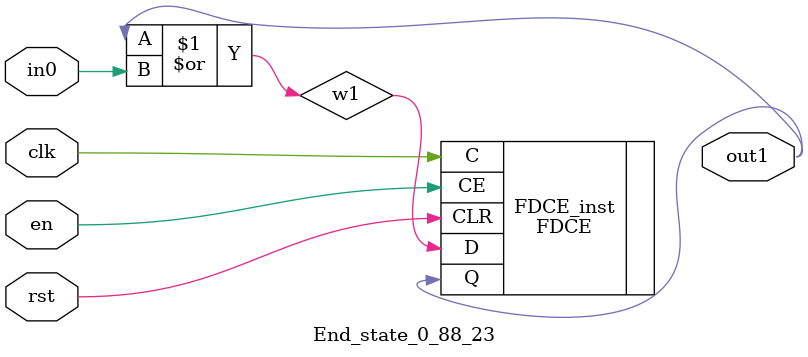
<source format=v>
module engine_0_88(out,clk,sod,en, in_3, in_4, in_6, in_7, in_15, in_16, in_17, in_18, in_19, in_20, in_29, in_30, in_38, in_41, in_117);
//pcre: /BEGIN=[^>]+DUR=[^>]+TIMEACTION/i
//block char: N[0], O[0], G[0], I[0], a[0], r[0], e[0], c[0], d[0], =[0], u[0], t[0], B[0], M[0], [^>][2], 

	input clk,sod,en;

	input in_3, in_4, in_6, in_7, in_15, in_16, in_17, in_18, in_19, in_20, in_29, in_30, in_38, in_41, in_117;
	output out;

	assign w0 = 1'b1;
	state_0_88_1 BlockState_0_88_1 (w1,in_38,clk,en,sod,w0);
	state_0_88_2 BlockState_0_88_2 (w2,in_17,clk,en,sod,w1);
	state_0_88_3 BlockState_0_88_3 (w3,in_6,clk,en,sod,w2);
	state_0_88_4 BlockState_0_88_4 (w4,in_7,clk,en,sod,w3);
	state_0_88_5 BlockState_0_88_5 (w5,in_3,clk,en,sod,w4);
	state_0_88_6 BlockState_0_88_6 (w6,in_20,clk,en,sod,w5);
	state_0_88_7 BlockState_0_88_7 (w7,in_117,clk,en,sod,w7,w6);
	state_0_88_8 BlockState_0_88_8 (w8,in_19,clk,en,sod,w7);
	state_0_88_9 BlockState_0_88_9 (w9,in_29,clk,en,sod,w8);
	state_0_88_10 BlockState_0_88_10 (w10,in_16,clk,en,sod,w9);
	state_0_88_11 BlockState_0_88_11 (w11,in_20,clk,en,sod,w10);
	state_0_88_12 BlockState_0_88_12 (w12,in_117,clk,en,sod,w12,w11);
	state_0_88_13 BlockState_0_88_13 (w13,in_30,clk,en,sod,w12);
	state_0_88_14 BlockState_0_88_14 (w14,in_7,clk,en,sod,w13);
	state_0_88_15 BlockState_0_88_15 (w15,in_41,clk,en,sod,w14);
	state_0_88_16 BlockState_0_88_16 (w16,in_17,clk,en,sod,w15);
	state_0_88_17 BlockState_0_88_17 (w17,in_15,clk,en,sod,w16);
	state_0_88_18 BlockState_0_88_18 (w18,in_18,clk,en,sod,w17);
	state_0_88_19 BlockState_0_88_19 (w19,in_30,clk,en,sod,w18);
	state_0_88_20 BlockState_0_88_20 (w20,in_7,clk,en,sod,w19);
	state_0_88_21 BlockState_0_88_21 (w21,in_4,clk,en,sod,w20);
	state_0_88_22 BlockState_0_88_22 (w22,in_3,clk,en,sod,w21);
	End_state_0_88_23 BlockState_0_88_23 (out,clk,en,sod,w22);
endmodule

module state_0_88_1(out1,in_char,clk,en,rst,in0);
	input in_char,clk,en,rst,in0;
	output out1;
	wire w1,w2;
	assign w1 = in0; 
	and(w2,in_char,w1);
	FDCE #(.INIT(1'b0)) FDCE_inst (
		.Q(out1),
		.C(clk),
		.CE(en),
		.CLR(rst),
		.D(w2)
);
endmodule

module state_0_88_2(out1,in_char,clk,en,rst,in0);
	input in_char,clk,en,rst,in0;
	output out1;
	wire w1,w2;
	assign w1 = in0; 
	and(w2,in_char,w1);
	FDCE #(.INIT(1'b0)) FDCE_inst (
		.Q(out1),
		.C(clk),
		.CE(en),
		.CLR(rst),
		.D(w2)
);
endmodule

module state_0_88_3(out1,in_char,clk,en,rst,in0);
	input in_char,clk,en,rst,in0;
	output out1;
	wire w1,w2;
	assign w1 = in0; 
	and(w2,in_char,w1);
	FDCE #(.INIT(1'b0)) FDCE_inst (
		.Q(out1),
		.C(clk),
		.CE(en),
		.CLR(rst),
		.D(w2)
);
endmodule

module state_0_88_4(out1,in_char,clk,en,rst,in0);
	input in_char,clk,en,rst,in0;
	output out1;
	wire w1,w2;
	assign w1 = in0; 
	and(w2,in_char,w1);
	FDCE #(.INIT(1'b0)) FDCE_inst (
		.Q(out1),
		.C(clk),
		.CE(en),
		.CLR(rst),
		.D(w2)
);
endmodule

module state_0_88_5(out1,in_char,clk,en,rst,in0);
	input in_char,clk,en,rst,in0;
	output out1;
	wire w1,w2;
	assign w1 = in0; 
	and(w2,in_char,w1);
	FDCE #(.INIT(1'b0)) FDCE_inst (
		.Q(out1),
		.C(clk),
		.CE(en),
		.CLR(rst),
		.D(w2)
);
endmodule

module state_0_88_6(out1,in_char,clk,en,rst,in0);
	input in_char,clk,en,rst,in0;
	output out1;
	wire w1,w2;
	assign w1 = in0; 
	and(w2,in_char,w1);
	FDCE #(.INIT(1'b0)) FDCE_inst (
		.Q(out1),
		.C(clk),
		.CE(en),
		.CLR(rst),
		.D(w2)
);
endmodule

module state_0_88_7(out1,in_char,clk,en,rst,in0,in1);
	input in_char,clk,en,rst,in0,in1;
	output out1;
	wire w1,w2;
	or(w1,in0,in1);
	and(w2,in_char,w1);
	FDCE #(.INIT(1'b0)) FDCE_inst (
		.Q(out1),
		.C(clk),
		.CE(en),
		.CLR(rst),
		.D(w2)
);
endmodule

module state_0_88_8(out1,in_char,clk,en,rst,in0);
	input in_char,clk,en,rst,in0;
	output out1;
	wire w1,w2;
	assign w1 = in0; 
	and(w2,in_char,w1);
	FDCE #(.INIT(1'b0)) FDCE_inst (
		.Q(out1),
		.C(clk),
		.CE(en),
		.CLR(rst),
		.D(w2)
);
endmodule

module state_0_88_9(out1,in_char,clk,en,rst,in0);
	input in_char,clk,en,rst,in0;
	output out1;
	wire w1,w2;
	assign w1 = in0; 
	and(w2,in_char,w1);
	FDCE #(.INIT(1'b0)) FDCE_inst (
		.Q(out1),
		.C(clk),
		.CE(en),
		.CLR(rst),
		.D(w2)
);
endmodule

module state_0_88_10(out1,in_char,clk,en,rst,in0);
	input in_char,clk,en,rst,in0;
	output out1;
	wire w1,w2;
	assign w1 = in0; 
	and(w2,in_char,w1);
	FDCE #(.INIT(1'b0)) FDCE_inst (
		.Q(out1),
		.C(clk),
		.CE(en),
		.CLR(rst),
		.D(w2)
);
endmodule

module state_0_88_11(out1,in_char,clk,en,rst,in0);
	input in_char,clk,en,rst,in0;
	output out1;
	wire w1,w2;
	assign w1 = in0; 
	and(w2,in_char,w1);
	FDCE #(.INIT(1'b0)) FDCE_inst (
		.Q(out1),
		.C(clk),
		.CE(en),
		.CLR(rst),
		.D(w2)
);
endmodule

module state_0_88_12(out1,in_char,clk,en,rst,in0,in1);
	input in_char,clk,en,rst,in0,in1;
	output out1;
	wire w1,w2;
	or(w1,in0,in1);
	and(w2,in_char,w1);
	FDCE #(.INIT(1'b0)) FDCE_inst (
		.Q(out1),
		.C(clk),
		.CE(en),
		.CLR(rst),
		.D(w2)
);
endmodule

module state_0_88_13(out1,in_char,clk,en,rst,in0);
	input in_char,clk,en,rst,in0;
	output out1;
	wire w1,w2;
	assign w1 = in0; 
	and(w2,in_char,w1);
	FDCE #(.INIT(1'b0)) FDCE_inst (
		.Q(out1),
		.C(clk),
		.CE(en),
		.CLR(rst),
		.D(w2)
);
endmodule

module state_0_88_14(out1,in_char,clk,en,rst,in0);
	input in_char,clk,en,rst,in0;
	output out1;
	wire w1,w2;
	assign w1 = in0; 
	and(w2,in_char,w1);
	FDCE #(.INIT(1'b0)) FDCE_inst (
		.Q(out1),
		.C(clk),
		.CE(en),
		.CLR(rst),
		.D(w2)
);
endmodule

module state_0_88_15(out1,in_char,clk,en,rst,in0);
	input in_char,clk,en,rst,in0;
	output out1;
	wire w1,w2;
	assign w1 = in0; 
	and(w2,in_char,w1);
	FDCE #(.INIT(1'b0)) FDCE_inst (
		.Q(out1),
		.C(clk),
		.CE(en),
		.CLR(rst),
		.D(w2)
);
endmodule

module state_0_88_16(out1,in_char,clk,en,rst,in0);
	input in_char,clk,en,rst,in0;
	output out1;
	wire w1,w2;
	assign w1 = in0; 
	and(w2,in_char,w1);
	FDCE #(.INIT(1'b0)) FDCE_inst (
		.Q(out1),
		.C(clk),
		.CE(en),
		.CLR(rst),
		.D(w2)
);
endmodule

module state_0_88_17(out1,in_char,clk,en,rst,in0);
	input in_char,clk,en,rst,in0;
	output out1;
	wire w1,w2;
	assign w1 = in0; 
	and(w2,in_char,w1);
	FDCE #(.INIT(1'b0)) FDCE_inst (
		.Q(out1),
		.C(clk),
		.CE(en),
		.CLR(rst),
		.D(w2)
);
endmodule

module state_0_88_18(out1,in_char,clk,en,rst,in0);
	input in_char,clk,en,rst,in0;
	output out1;
	wire w1,w2;
	assign w1 = in0; 
	and(w2,in_char,w1);
	FDCE #(.INIT(1'b0)) FDCE_inst (
		.Q(out1),
		.C(clk),
		.CE(en),
		.CLR(rst),
		.D(w2)
);
endmodule

module state_0_88_19(out1,in_char,clk,en,rst,in0);
	input in_char,clk,en,rst,in0;
	output out1;
	wire w1,w2;
	assign w1 = in0; 
	and(w2,in_char,w1);
	FDCE #(.INIT(1'b0)) FDCE_inst (
		.Q(out1),
		.C(clk),
		.CE(en),
		.CLR(rst),
		.D(w2)
);
endmodule

module state_0_88_20(out1,in_char,clk,en,rst,in0);
	input in_char,clk,en,rst,in0;
	output out1;
	wire w1,w2;
	assign w1 = in0; 
	and(w2,in_char,w1);
	FDCE #(.INIT(1'b0)) FDCE_inst (
		.Q(out1),
		.C(clk),
		.CE(en),
		.CLR(rst),
		.D(w2)
);
endmodule

module state_0_88_21(out1,in_char,clk,en,rst,in0);
	input in_char,clk,en,rst,in0;
	output out1;
	wire w1,w2;
	assign w1 = in0; 
	and(w2,in_char,w1);
	FDCE #(.INIT(1'b0)) FDCE_inst (
		.Q(out1),
		.C(clk),
		.CE(en),
		.CLR(rst),
		.D(w2)
);
endmodule

module state_0_88_22(out1,in_char,clk,en,rst,in0);
	input in_char,clk,en,rst,in0;
	output out1;
	wire w1,w2;
	assign w1 = in0; 
	and(w2,in_char,w1);
	FDCE #(.INIT(1'b0)) FDCE_inst (
		.Q(out1),
		.C(clk),
		.CE(en),
		.CLR(rst),
		.D(w2)
);
endmodule

module End_state_0_88_23(out1,clk,en,rst,in0);
	input clk,rst,en,in0;
	output out1;
	wire w1;
	or(w1,out1,in0);
	FDCE #(.INIT(1'b0)) FDCE_inst (
		.Q(out1),
		.C(clk),
		.CE(en),
		.CLR(rst),
		.D(w1)
);
endmodule


</source>
